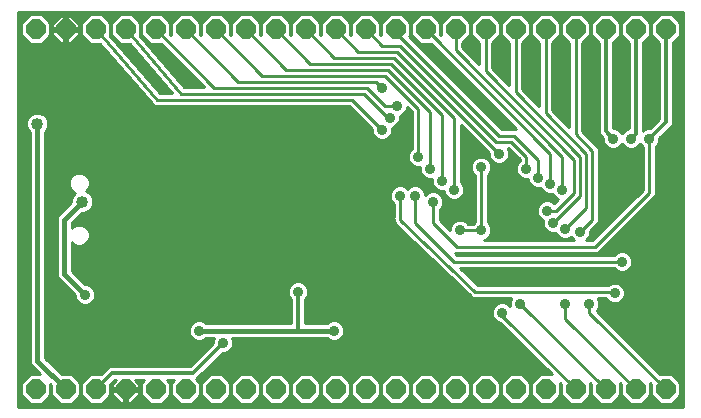
<source format=gbl>
G75*
G70*
%OFA0B0*%
%FSLAX24Y24*%
%IPPOS*%
%LPD*%
%AMOC8*
5,1,8,0,0,1.08239X$1,22.5*
%
%ADD10OC8,0.0640*%
%ADD11C,0.0100*%
%ADD12C,0.0350*%
%ADD13C,0.0400*%
%ADD14C,0.0160*%
%ADD15C,0.0120*%
D10*
X001032Y000901D03*
X002032Y000901D03*
X003032Y000901D03*
X004032Y000901D03*
X005032Y000901D03*
X006032Y000901D03*
X007032Y000901D03*
X008032Y000901D03*
X009032Y000901D03*
X010032Y000901D03*
X011032Y000901D03*
X012032Y000901D03*
X013032Y000901D03*
X014032Y000901D03*
X015032Y000901D03*
X016032Y000901D03*
X017032Y000901D03*
X018032Y000901D03*
X019032Y000901D03*
X020032Y000901D03*
X021032Y000901D03*
X022032Y000901D03*
X022032Y012901D03*
X021032Y012901D03*
X020032Y012901D03*
X019032Y012901D03*
X018032Y012901D03*
X017032Y012901D03*
X016032Y012901D03*
X015032Y012901D03*
X014032Y012901D03*
X013032Y012901D03*
X012032Y012901D03*
X011032Y012901D03*
X010032Y012901D03*
X009032Y012901D03*
X008032Y012901D03*
X007032Y012901D03*
X006032Y012901D03*
X005032Y012901D03*
X004032Y012901D03*
X003032Y012901D03*
X002032Y012901D03*
X001032Y012901D03*
D11*
X000452Y013481D02*
X000452Y000321D01*
X022612Y000321D01*
X022612Y013481D01*
X000452Y013481D01*
X000452Y013455D02*
X022612Y013455D01*
X022612Y013356D02*
X022270Y013356D01*
X022235Y013391D02*
X021829Y013391D01*
X021542Y013104D01*
X021542Y012698D01*
X021802Y012438D01*
X021802Y009896D01*
X021502Y009596D01*
X021414Y009596D01*
X021287Y009544D01*
X021262Y009519D01*
X021262Y012438D01*
X021522Y012698D01*
X021522Y013104D01*
X021235Y013391D01*
X020829Y013391D01*
X020542Y013104D01*
X020542Y012698D01*
X020802Y012438D01*
X020802Y009591D01*
X020687Y009544D01*
X020590Y009447D01*
X020582Y009428D01*
X020575Y009447D01*
X020478Y009544D01*
X020351Y009596D01*
X020262Y009596D01*
X020262Y012438D01*
X020522Y012698D01*
X020522Y013104D01*
X020235Y013391D01*
X019829Y013391D01*
X019542Y013104D01*
X019542Y012698D01*
X019802Y012438D01*
X019802Y009596D01*
X019802Y009406D01*
X019937Y009271D01*
X019937Y009183D01*
X019990Y009056D01*
X020087Y008959D01*
X020214Y008906D01*
X020351Y008906D01*
X020478Y008959D01*
X020575Y009056D01*
X020582Y009074D01*
X020590Y009056D01*
X020687Y008959D01*
X020814Y008906D01*
X020951Y008906D01*
X021078Y008959D01*
X021175Y009056D01*
X021182Y009074D01*
X021190Y009056D01*
X021262Y008983D01*
X021262Y007542D01*
X019802Y007542D01*
X019802Y007640D02*
X021262Y007640D01*
X021262Y007542D02*
X019591Y005871D01*
X019390Y005871D01*
X019475Y005956D01*
X019527Y006083D01*
X019527Y006185D01*
X019673Y006331D01*
X019802Y006460D01*
X019802Y008760D01*
X019802Y008942D01*
X019252Y009492D01*
X019252Y012428D01*
X019522Y012698D01*
X019522Y013104D01*
X019235Y013391D01*
X018829Y013391D01*
X018542Y013104D01*
X018542Y012698D01*
X018812Y012428D01*
X018812Y009632D01*
X018252Y010192D01*
X018252Y012428D01*
X018522Y012698D01*
X018522Y013104D01*
X018235Y013391D01*
X017829Y013391D01*
X017542Y013104D01*
X017542Y012698D01*
X017812Y012428D01*
X017812Y010332D01*
X017252Y010892D01*
X017252Y012428D01*
X017522Y012698D01*
X017522Y013104D01*
X017235Y013391D01*
X016829Y013391D01*
X016542Y013104D01*
X016542Y012698D01*
X016812Y012428D01*
X016812Y011032D01*
X016252Y011592D01*
X016252Y012428D01*
X016522Y012698D01*
X016522Y013104D01*
X016235Y013391D01*
X015829Y013391D01*
X015542Y013104D01*
X015542Y012698D01*
X015812Y012428D01*
X015812Y011732D01*
X015252Y012292D01*
X015252Y012428D01*
X015522Y012698D01*
X015522Y013104D01*
X015235Y013391D01*
X014829Y013391D01*
X014542Y013104D01*
X014542Y012702D01*
X014522Y012722D01*
X014522Y013104D01*
X014235Y013391D01*
X013829Y013391D01*
X013542Y013104D01*
X013542Y012698D01*
X013829Y012411D01*
X014211Y012411D01*
X017051Y009571D01*
X016573Y009571D01*
X013484Y012660D01*
X013522Y012698D01*
X013522Y013104D01*
X013235Y013391D01*
X012829Y013391D01*
X012542Y013104D01*
X012542Y012702D01*
X012522Y012722D01*
X012522Y013104D01*
X012235Y013391D01*
X011829Y013391D01*
X011542Y013104D01*
X011542Y012702D01*
X011522Y012722D01*
X011522Y013104D01*
X011235Y013391D01*
X010829Y013391D01*
X010542Y013104D01*
X010542Y012702D01*
X010522Y012722D01*
X010522Y013104D01*
X010235Y013391D01*
X009829Y013391D01*
X009542Y013104D01*
X009542Y012702D01*
X009522Y012722D01*
X009522Y013104D01*
X009235Y013391D01*
X008829Y013391D01*
X008542Y013104D01*
X008542Y012702D01*
X008522Y012722D01*
X008522Y013104D01*
X008235Y013391D01*
X007829Y013391D01*
X007542Y013104D01*
X007542Y012702D01*
X007522Y012722D01*
X007522Y013104D01*
X007235Y013391D01*
X006829Y013391D01*
X006542Y013104D01*
X006542Y012702D01*
X006522Y012722D01*
X006522Y013104D01*
X006235Y013391D01*
X005829Y013391D01*
X005542Y013104D01*
X005542Y012702D01*
X005522Y012722D01*
X005522Y013104D01*
X005235Y013391D01*
X004829Y013391D01*
X004542Y013104D01*
X004542Y012698D01*
X004829Y012411D01*
X005211Y012411D01*
X006651Y010971D01*
X005983Y010971D01*
X004509Y012685D01*
X004522Y012698D01*
X004522Y013104D01*
X004235Y013391D01*
X003829Y013391D01*
X003542Y013104D01*
X003542Y012698D01*
X003829Y012411D01*
X004164Y012411D01*
X005575Y010771D01*
X005182Y010771D01*
X003511Y012687D01*
X003522Y012698D01*
X003522Y013104D01*
X003235Y013391D01*
X002829Y013391D01*
X002542Y013104D01*
X002542Y012698D01*
X002829Y012411D01*
X003168Y012411D01*
X004862Y010469D01*
X004862Y010460D01*
X004921Y010401D01*
X004976Y010338D01*
X004985Y010337D01*
X004991Y010331D01*
X005075Y010331D01*
X005158Y010326D01*
X005165Y010331D01*
X011491Y010331D01*
X012237Y009585D01*
X012237Y009483D01*
X012290Y009356D01*
X012387Y009259D01*
X012514Y009206D01*
X012651Y009206D01*
X012778Y009259D01*
X012875Y009356D01*
X012927Y009483D01*
X012927Y009617D01*
X013028Y009659D01*
X013125Y009756D01*
X013177Y009883D01*
X013177Y010017D01*
X013278Y010059D01*
X013375Y010156D01*
X013427Y010283D01*
X013427Y010295D01*
X013562Y010160D01*
X013562Y008919D01*
X013490Y008847D01*
X013437Y008720D01*
X013437Y008583D01*
X013490Y008456D01*
X013587Y008359D01*
X013714Y008306D01*
X013837Y008306D01*
X013837Y008183D01*
X013890Y008056D01*
X013987Y007959D01*
X014114Y007906D01*
X014237Y007906D01*
X014237Y007783D01*
X014290Y007656D01*
X014387Y007559D01*
X014514Y007506D01*
X014637Y007506D01*
X014637Y007483D01*
X014690Y007356D01*
X014787Y007259D01*
X014914Y007206D01*
X015051Y007206D01*
X015178Y007259D01*
X015275Y007356D01*
X015327Y007483D01*
X015327Y007620D01*
X015275Y007747D01*
X015202Y007819D01*
X015202Y009720D01*
X016137Y008785D01*
X016137Y008683D01*
X016190Y008556D01*
X016287Y008459D01*
X016414Y008406D01*
X016551Y008406D01*
X016678Y008459D01*
X016775Y008556D01*
X016827Y008683D01*
X016827Y008820D01*
X016781Y008931D01*
X016791Y008931D01*
X017162Y008560D01*
X017162Y008519D01*
X017090Y008447D01*
X017037Y008320D01*
X017037Y008183D01*
X017090Y008056D01*
X017187Y007959D01*
X017314Y007906D01*
X017437Y007906D01*
X017437Y007883D01*
X017490Y007756D01*
X017587Y007659D01*
X017714Y007606D01*
X017851Y007606D01*
X017866Y007613D01*
X017890Y007556D01*
X017987Y007459D01*
X018114Y007406D01*
X018251Y007406D01*
X018266Y007413D01*
X018290Y007356D01*
X018387Y007259D01*
X018452Y007232D01*
X018321Y007101D01*
X018278Y007144D01*
X018151Y007196D01*
X018014Y007196D01*
X017887Y007144D01*
X017790Y007047D01*
X017737Y006920D01*
X017737Y006783D01*
X017790Y006656D01*
X017887Y006559D01*
X017944Y006535D01*
X017937Y006520D01*
X017937Y006383D01*
X017990Y006256D01*
X018087Y006159D01*
X018214Y006106D01*
X018351Y006106D01*
X018366Y006113D01*
X018390Y006056D01*
X018487Y005959D01*
X018614Y005906D01*
X018751Y005906D01*
X018878Y005959D01*
X018885Y005966D01*
X018890Y005956D01*
X018974Y005871D01*
X015987Y005871D01*
X016078Y005909D01*
X016175Y006006D01*
X016227Y006133D01*
X016227Y006270D01*
X016175Y006397D01*
X016102Y006469D01*
X016102Y008033D01*
X016175Y008106D01*
X016227Y008233D01*
X016227Y008370D01*
X016175Y008497D01*
X016078Y008594D01*
X015951Y008646D01*
X015814Y008646D01*
X015687Y008594D01*
X015590Y008497D01*
X015537Y008370D01*
X015537Y008233D01*
X015590Y008106D01*
X015662Y008033D01*
X015662Y006469D01*
X015614Y006421D01*
X015450Y006421D01*
X015378Y006494D01*
X015251Y006546D01*
X015114Y006546D01*
X014987Y006494D01*
X014890Y006397D01*
X014837Y006270D01*
X014837Y006207D01*
X014502Y006542D01*
X014502Y006883D01*
X014575Y006956D01*
X014627Y007083D01*
X014627Y007220D01*
X014575Y007347D01*
X014478Y007444D01*
X014351Y007496D01*
X014214Y007496D01*
X014087Y007444D01*
X014027Y007384D01*
X014027Y007420D01*
X013975Y007547D01*
X013878Y007644D01*
X013751Y007696D01*
X013614Y007696D01*
X013487Y007644D01*
X013432Y007589D01*
X013378Y007644D01*
X013251Y007696D01*
X013114Y007696D01*
X012987Y007644D01*
X012890Y007547D01*
X012837Y007420D01*
X012837Y007283D01*
X012890Y007156D01*
X012962Y007083D01*
X012962Y006640D01*
X012960Y006638D01*
X012962Y006549D01*
X012962Y006460D01*
X012964Y006458D01*
X002242Y006458D01*
X002232Y006448D02*
X002566Y006781D01*
X002656Y006781D01*
X002792Y006838D01*
X002896Y006942D01*
X002952Y007078D01*
X002952Y007225D01*
X002896Y007361D01*
X002792Y007465D01*
X002706Y007500D01*
X002776Y007571D01*
X002829Y007698D01*
X002829Y007836D01*
X002776Y007964D01*
X002679Y008062D01*
X002551Y008114D01*
X002413Y008114D01*
X002286Y008062D01*
X002188Y007964D01*
X002135Y007836D01*
X002135Y007698D01*
X002188Y007571D01*
X002286Y007473D01*
X002353Y007445D01*
X002269Y007361D01*
X002212Y007225D01*
X002212Y007135D01*
X001841Y006763D01*
X001770Y006693D01*
X001732Y006601D01*
X001732Y004801D01*
X001732Y004701D01*
X001770Y004610D01*
X002337Y004043D01*
X002337Y003983D01*
X002390Y003856D01*
X002487Y003759D01*
X002614Y003706D01*
X002751Y003706D01*
X002878Y003759D01*
X002975Y003856D01*
X003027Y003983D01*
X003027Y004120D01*
X002975Y004247D01*
X002878Y004344D01*
X002751Y004396D01*
X002691Y004396D01*
X002232Y004855D01*
X002232Y005794D01*
X002286Y005741D01*
X002413Y005688D01*
X002551Y005688D01*
X002679Y005741D01*
X002776Y005838D01*
X002829Y005966D01*
X002829Y006104D01*
X002776Y006232D01*
X002679Y006329D01*
X002551Y006382D01*
X002413Y006382D01*
X002286Y006329D01*
X002232Y006276D01*
X002232Y006448D01*
X002232Y006359D02*
X002358Y006359D01*
X002341Y006556D02*
X012962Y006556D01*
X012964Y006458D02*
X012964Y006456D01*
X013029Y006393D01*
X013091Y006331D01*
X013094Y006331D01*
X015529Y003994D01*
X015591Y003931D01*
X015594Y003931D01*
X015596Y003929D01*
X015685Y003931D01*
X016883Y003931D01*
X016837Y003820D01*
X016837Y003684D01*
X016778Y003744D01*
X016651Y003796D01*
X016514Y003796D01*
X016387Y003744D01*
X016290Y003647D01*
X016237Y003520D01*
X016237Y003383D01*
X016290Y003256D01*
X016387Y003159D01*
X016514Y003106D01*
X016516Y003106D01*
X018231Y001391D01*
X017829Y001391D01*
X017542Y001104D01*
X017542Y000698D01*
X017829Y000411D01*
X018235Y000411D01*
X018522Y000698D01*
X018522Y001100D01*
X018542Y001080D01*
X018542Y000698D01*
X018829Y000411D01*
X019235Y000411D01*
X019522Y000698D01*
X019522Y001100D01*
X019542Y001080D01*
X019542Y000698D01*
X019829Y000411D01*
X020235Y000411D01*
X020522Y000698D01*
X020522Y001100D01*
X020542Y001080D01*
X020542Y000698D01*
X020829Y000411D01*
X021235Y000411D01*
X021522Y000698D01*
X021522Y001100D01*
X021542Y001080D01*
X021542Y000698D01*
X021829Y000411D01*
X022235Y000411D01*
X022522Y000698D01*
X022522Y001104D01*
X022235Y001391D01*
X021853Y001391D01*
X019732Y003513D01*
X019775Y003556D01*
X019827Y003683D01*
X019827Y003820D01*
X019781Y003931D01*
X020029Y003931D01*
X020040Y003906D01*
X020137Y003809D01*
X020264Y003756D01*
X020401Y003756D01*
X020528Y003809D01*
X020625Y003906D01*
X020677Y004033D01*
X020677Y004170D01*
X020625Y004297D01*
X020528Y004394D01*
X020401Y004446D01*
X020264Y004446D01*
X020137Y004394D01*
X020114Y004371D01*
X015771Y004371D01*
X015187Y004931D01*
X020314Y004931D01*
X020387Y004859D01*
X020514Y004806D01*
X020651Y004806D01*
X020778Y004859D01*
X020875Y004956D01*
X020927Y005083D01*
X020927Y005220D01*
X020875Y005347D01*
X020778Y005444D01*
X020651Y005496D01*
X020514Y005496D01*
X020387Y005444D01*
X020314Y005371D01*
X015073Y005371D01*
X015013Y005431D01*
X019591Y005431D01*
X019773Y005431D01*
X021573Y007231D01*
X021702Y007360D01*
X021702Y008983D01*
X021775Y009056D01*
X021827Y009183D01*
X021827Y009271D01*
X022262Y009706D01*
X022262Y009896D01*
X022262Y012438D01*
X022522Y012698D01*
X022522Y013104D01*
X022235Y013391D01*
X022369Y013257D02*
X022612Y013257D01*
X022612Y013159D02*
X022467Y013159D01*
X022522Y013060D02*
X022612Y013060D01*
X022612Y012962D02*
X022522Y012962D01*
X022522Y012863D02*
X022612Y012863D01*
X022612Y012765D02*
X022522Y012765D01*
X022490Y012666D02*
X022612Y012666D01*
X022612Y012568D02*
X022392Y012568D01*
X022293Y012469D02*
X022612Y012469D01*
X022612Y012371D02*
X022262Y012371D01*
X022262Y012272D02*
X022612Y012272D01*
X022612Y012173D02*
X022262Y012173D01*
X022262Y012075D02*
X022612Y012075D01*
X022612Y011976D02*
X022262Y011976D01*
X022262Y011878D02*
X022612Y011878D01*
X022612Y011779D02*
X022262Y011779D01*
X022262Y011681D02*
X022612Y011681D01*
X022612Y011582D02*
X022262Y011582D01*
X022262Y011484D02*
X022612Y011484D01*
X022612Y011385D02*
X022262Y011385D01*
X022262Y011287D02*
X022612Y011287D01*
X022612Y011188D02*
X022262Y011188D01*
X022262Y011089D02*
X022612Y011089D01*
X022612Y010991D02*
X022262Y010991D01*
X022262Y010892D02*
X022612Y010892D01*
X022612Y010794D02*
X022262Y010794D01*
X022262Y010695D02*
X022612Y010695D01*
X022612Y010597D02*
X022262Y010597D01*
X022262Y010498D02*
X022612Y010498D01*
X022612Y010400D02*
X022262Y010400D01*
X022262Y010301D02*
X022612Y010301D01*
X022612Y010203D02*
X022262Y010203D01*
X022262Y010104D02*
X022612Y010104D01*
X022612Y010006D02*
X022262Y010006D01*
X022262Y009907D02*
X022612Y009907D01*
X022612Y009808D02*
X022262Y009808D01*
X022262Y009710D02*
X022612Y009710D01*
X022612Y009611D02*
X022168Y009611D01*
X022069Y009513D02*
X022612Y009513D01*
X022612Y009414D02*
X021971Y009414D01*
X021872Y009316D02*
X022612Y009316D01*
X022612Y009217D02*
X021827Y009217D01*
X021801Y009119D02*
X022612Y009119D01*
X022612Y009020D02*
X021739Y009020D01*
X021702Y008922D02*
X022612Y008922D01*
X022612Y008823D02*
X021702Y008823D01*
X021702Y008724D02*
X022612Y008724D01*
X022612Y008626D02*
X021702Y008626D01*
X021702Y008527D02*
X022612Y008527D01*
X022612Y008429D02*
X021702Y008429D01*
X021702Y008330D02*
X022612Y008330D01*
X022612Y008232D02*
X021702Y008232D01*
X021702Y008133D02*
X022612Y008133D01*
X022612Y008035D02*
X021702Y008035D01*
X021702Y007936D02*
X022612Y007936D01*
X022612Y007838D02*
X021702Y007838D01*
X021702Y007739D02*
X022612Y007739D01*
X022612Y007640D02*
X021702Y007640D01*
X021702Y007542D02*
X022612Y007542D01*
X022612Y007443D02*
X021702Y007443D01*
X021687Y007345D02*
X022612Y007345D01*
X022612Y007246D02*
X021588Y007246D01*
X021490Y007148D02*
X022612Y007148D01*
X022612Y007049D02*
X021391Y007049D01*
X021293Y006951D02*
X022612Y006951D01*
X022612Y006852D02*
X021194Y006852D01*
X021096Y006754D02*
X022612Y006754D01*
X022612Y006655D02*
X020997Y006655D01*
X020899Y006556D02*
X022612Y006556D01*
X022612Y006458D02*
X020800Y006458D01*
X020702Y006359D02*
X022612Y006359D01*
X022612Y006261D02*
X020603Y006261D01*
X020504Y006162D02*
X022612Y006162D01*
X022612Y006064D02*
X020406Y006064D01*
X020307Y005965D02*
X022612Y005965D01*
X022612Y005867D02*
X020209Y005867D01*
X020110Y005768D02*
X022612Y005768D01*
X022612Y005670D02*
X020012Y005670D01*
X019913Y005571D02*
X022612Y005571D01*
X022612Y005473D02*
X020708Y005473D01*
X020847Y005374D02*
X022612Y005374D01*
X022612Y005275D02*
X020904Y005275D01*
X020927Y005177D02*
X022612Y005177D01*
X022612Y005078D02*
X020925Y005078D01*
X020885Y004980D02*
X022612Y004980D01*
X022612Y004881D02*
X020800Y004881D01*
X020364Y004881D02*
X015239Y004881D01*
X015342Y004783D02*
X022612Y004783D01*
X022612Y004684D02*
X015445Y004684D01*
X015547Y004586D02*
X022612Y004586D01*
X022612Y004487D02*
X015650Y004487D01*
X015753Y004389D02*
X020132Y004389D01*
X020282Y004151D02*
X020332Y004101D01*
X020282Y004151D02*
X015682Y004151D01*
X013182Y006551D01*
X013182Y007351D01*
X012837Y007345D02*
X002902Y007345D01*
X002943Y007246D02*
X012852Y007246D01*
X012898Y007148D02*
X002952Y007148D01*
X002940Y007049D02*
X012962Y007049D01*
X012962Y006951D02*
X002900Y006951D01*
X002806Y006852D02*
X012962Y006852D01*
X012962Y006754D02*
X002538Y006754D01*
X002440Y006655D02*
X012962Y006655D01*
X013063Y006359D02*
X002606Y006359D01*
X002747Y006261D02*
X013167Y006261D01*
X013270Y006162D02*
X002805Y006162D01*
X002829Y006064D02*
X013372Y006064D01*
X013475Y005965D02*
X002829Y005965D01*
X002788Y005867D02*
X013577Y005867D01*
X013680Y005768D02*
X002706Y005768D01*
X002258Y005768D02*
X002232Y005768D01*
X002232Y005670D02*
X013783Y005670D01*
X013885Y005571D02*
X002232Y005571D01*
X002232Y005473D02*
X013988Y005473D01*
X014091Y005374D02*
X002232Y005374D01*
X002232Y005275D02*
X014193Y005275D01*
X014296Y005177D02*
X002232Y005177D01*
X002232Y005078D02*
X014399Y005078D01*
X014501Y004980D02*
X002232Y004980D01*
X002232Y004881D02*
X014604Y004881D01*
X014707Y004783D02*
X002304Y004783D01*
X002403Y004684D02*
X014809Y004684D01*
X014912Y004586D02*
X002501Y004586D01*
X002600Y004487D02*
X009692Y004487D01*
X009714Y004496D02*
X009587Y004444D01*
X009490Y004347D01*
X009437Y004220D01*
X009437Y004083D01*
X009490Y003956D01*
X009552Y003893D01*
X009552Y003101D01*
X006720Y003101D01*
X006678Y003144D01*
X006551Y003196D01*
X006414Y003196D01*
X006287Y003144D01*
X006190Y003047D01*
X006137Y002920D01*
X006137Y002783D01*
X006190Y002656D01*
X006287Y002559D01*
X006414Y002506D01*
X006551Y002506D01*
X006678Y002559D01*
X006720Y002601D01*
X006971Y002601D01*
X006937Y002520D01*
X006937Y002431D01*
X006187Y001681D01*
X003677Y001681D01*
X003487Y001681D01*
X003197Y001391D01*
X002829Y001391D01*
X002542Y001104D01*
X002542Y000698D01*
X002829Y000411D01*
X003235Y000411D01*
X003522Y000698D01*
X003522Y001066D01*
X003677Y001221D01*
X003716Y001221D01*
X003582Y001088D01*
X003582Y000951D01*
X003982Y000951D01*
X003982Y000851D01*
X004082Y000851D01*
X004082Y000451D01*
X004219Y000451D01*
X004482Y000715D01*
X004482Y000851D01*
X004082Y000851D01*
X004082Y000951D01*
X004482Y000951D01*
X004482Y001088D01*
X004349Y001221D01*
X004659Y001221D01*
X004542Y001104D01*
X004542Y000698D01*
X004829Y000411D01*
X005235Y000411D01*
X005522Y000698D01*
X005522Y001104D01*
X005405Y001221D01*
X005659Y001221D01*
X005542Y001104D01*
X005542Y000698D01*
X005829Y000411D01*
X006235Y000411D01*
X006522Y000698D01*
X006522Y001104D01*
X006391Y001235D01*
X006512Y001356D01*
X007262Y002106D01*
X007351Y002106D01*
X007478Y002159D01*
X007575Y002256D01*
X007627Y002383D01*
X007627Y002520D01*
X007593Y002601D01*
X009732Y002601D01*
X010744Y002601D01*
X010787Y002559D01*
X010914Y002506D01*
X011051Y002506D01*
X011178Y002559D01*
X011275Y002656D01*
X011327Y002783D01*
X011327Y002920D01*
X011275Y003047D01*
X011178Y003144D01*
X011051Y003196D01*
X010914Y003196D01*
X010787Y003144D01*
X010744Y003101D01*
X010012Y003101D01*
X010012Y003893D01*
X010075Y003956D01*
X010127Y004083D01*
X010127Y004220D01*
X010075Y004347D01*
X009978Y004444D01*
X009851Y004496D01*
X009714Y004496D01*
X009873Y004487D02*
X015015Y004487D01*
X015117Y004389D02*
X010033Y004389D01*
X010098Y004290D02*
X015220Y004290D01*
X015323Y004191D02*
X010127Y004191D01*
X010127Y004093D02*
X015425Y004093D01*
X015528Y003994D02*
X010091Y003994D01*
X010015Y003896D02*
X016869Y003896D01*
X016837Y003797D02*
X010012Y003797D01*
X010012Y003699D02*
X016342Y003699D01*
X016271Y003600D02*
X010012Y003600D01*
X010012Y003502D02*
X016237Y003502D01*
X016237Y003403D02*
X010012Y003403D01*
X010012Y003305D02*
X016269Y003305D01*
X016339Y003206D02*
X010012Y003206D01*
X010012Y003107D02*
X010751Y003107D01*
X011214Y003107D02*
X016510Y003107D01*
X016613Y003009D02*
X011290Y003009D01*
X011327Y002910D02*
X016712Y002910D01*
X016810Y002812D02*
X011327Y002812D01*
X011298Y002713D02*
X016909Y002713D01*
X017007Y002615D02*
X011234Y002615D01*
X011075Y002516D02*
X017106Y002516D01*
X017205Y002418D02*
X007627Y002418D01*
X007627Y002516D02*
X010889Y002516D01*
X009552Y003107D02*
X006714Y003107D01*
X006251Y003107D02*
X001332Y003107D01*
X001332Y003009D02*
X006174Y003009D01*
X006137Y002910D02*
X001332Y002910D01*
X001332Y002812D02*
X006137Y002812D01*
X006166Y002713D02*
X001332Y002713D01*
X001332Y002615D02*
X006231Y002615D01*
X006389Y002516D02*
X001332Y002516D01*
X001332Y002418D02*
X006923Y002418D01*
X006937Y002516D02*
X006575Y002516D01*
X006825Y002319D02*
X001332Y002319D01*
X001332Y002221D02*
X006726Y002221D01*
X006628Y002122D02*
X001332Y002122D01*
X001332Y002024D02*
X006529Y002024D01*
X006431Y001925D02*
X001362Y001925D01*
X001332Y001955D02*
X001332Y009478D01*
X001396Y009542D01*
X001452Y009678D01*
X001452Y009825D01*
X001396Y009961D01*
X001292Y010065D01*
X001156Y010121D01*
X001009Y010121D01*
X000873Y010065D01*
X000769Y009961D01*
X000712Y009825D01*
X000712Y009678D01*
X000769Y009542D01*
X000832Y009478D01*
X000832Y001901D01*
X000832Y001801D01*
X000870Y001710D01*
X001189Y001391D01*
X000829Y001391D01*
X000542Y001104D01*
X000542Y000698D01*
X000829Y000411D01*
X001235Y000411D01*
X001522Y000698D01*
X001522Y001058D01*
X001542Y001038D01*
X001522Y001038D01*
X001542Y001038D02*
X001542Y000698D01*
X001829Y000411D01*
X002235Y000411D01*
X002522Y000698D01*
X002522Y001104D01*
X002235Y001391D01*
X001896Y001391D01*
X001332Y001955D01*
X001460Y001826D02*
X006332Y001826D01*
X006234Y001728D02*
X001559Y001728D01*
X001658Y001629D02*
X003435Y001629D01*
X003337Y001531D02*
X001756Y001531D01*
X001855Y001432D02*
X003238Y001432D01*
X003593Y001137D02*
X003631Y001137D01*
X003582Y001038D02*
X003522Y001038D01*
X003522Y000940D02*
X003982Y000940D01*
X003982Y000851D02*
X003582Y000851D01*
X003582Y000715D01*
X003846Y000451D01*
X003982Y000451D01*
X003982Y000851D01*
X003982Y000841D02*
X004082Y000841D01*
X004082Y000940D02*
X004542Y000940D01*
X004542Y001038D02*
X004482Y001038D01*
X004433Y001137D02*
X004575Y001137D01*
X004542Y000841D02*
X004482Y000841D01*
X004482Y000742D02*
X004542Y000742D01*
X004597Y000644D02*
X004411Y000644D01*
X004313Y000545D02*
X004695Y000545D01*
X004794Y000447D02*
X003271Y000447D01*
X003369Y000545D02*
X003752Y000545D01*
X003653Y000644D02*
X003468Y000644D01*
X003522Y000742D02*
X003582Y000742D01*
X003582Y000841D02*
X003522Y000841D01*
X003982Y000742D02*
X004082Y000742D01*
X004082Y000644D02*
X003982Y000644D01*
X003982Y000545D02*
X004082Y000545D01*
X005271Y000447D02*
X005794Y000447D01*
X005695Y000545D02*
X005369Y000545D01*
X005468Y000644D02*
X005597Y000644D01*
X005542Y000742D02*
X005522Y000742D01*
X005522Y000841D02*
X005542Y000841D01*
X005542Y000940D02*
X005522Y000940D01*
X005522Y001038D02*
X005542Y001038D01*
X005575Y001137D02*
X005490Y001137D01*
X006391Y001235D02*
X006673Y001235D01*
X006575Y001137D02*
X006490Y001137D01*
X006542Y001104D02*
X006542Y000698D01*
X006829Y000411D01*
X007235Y000411D01*
X007522Y000698D01*
X007522Y001104D01*
X007235Y001391D01*
X006829Y001391D01*
X006542Y001104D01*
X006542Y001038D02*
X006522Y001038D01*
X006522Y000940D02*
X006542Y000940D01*
X006542Y000841D02*
X006522Y000841D01*
X006522Y000742D02*
X006542Y000742D01*
X006597Y000644D02*
X006468Y000644D01*
X006369Y000545D02*
X006695Y000545D01*
X006794Y000447D02*
X006271Y000447D01*
X007271Y000447D02*
X007794Y000447D01*
X007829Y000411D02*
X008235Y000411D01*
X008522Y000698D01*
X008522Y001104D01*
X008235Y001391D01*
X007829Y001391D01*
X007542Y001104D01*
X007542Y000698D01*
X007829Y000411D01*
X007695Y000545D02*
X007369Y000545D01*
X007468Y000644D02*
X007597Y000644D01*
X007542Y000742D02*
X007522Y000742D01*
X007522Y000841D02*
X007542Y000841D01*
X007542Y000940D02*
X007522Y000940D01*
X007522Y001038D02*
X007542Y001038D01*
X007575Y001137D02*
X007490Y001137D01*
X007391Y001235D02*
X007673Y001235D01*
X007772Y001334D02*
X007293Y001334D01*
X006772Y001334D02*
X006490Y001334D01*
X006589Y001432D02*
X018190Y001432D01*
X018091Y001531D02*
X006687Y001531D01*
X006786Y001629D02*
X017993Y001629D01*
X017894Y001728D02*
X006884Y001728D01*
X006983Y001826D02*
X017796Y001826D01*
X017697Y001925D02*
X007081Y001925D01*
X007180Y002024D02*
X017599Y002024D01*
X017500Y002122D02*
X007389Y002122D01*
X007539Y002221D02*
X017402Y002221D01*
X017303Y002319D02*
X007601Y002319D01*
X008542Y001104D02*
X008829Y001391D01*
X009235Y001391D01*
X009522Y001104D01*
X009522Y000698D01*
X009235Y000411D01*
X008829Y000411D01*
X008542Y000698D01*
X008542Y001104D01*
X008575Y001137D02*
X008490Y001137D01*
X008522Y001038D02*
X008542Y001038D01*
X008542Y000940D02*
X008522Y000940D01*
X008522Y000841D02*
X008542Y000841D01*
X008542Y000742D02*
X008522Y000742D01*
X008468Y000644D02*
X008597Y000644D01*
X008695Y000545D02*
X008369Y000545D01*
X008271Y000447D02*
X008794Y000447D01*
X009271Y000447D02*
X009794Y000447D01*
X009829Y000411D02*
X010235Y000411D01*
X010522Y000698D01*
X010522Y001104D01*
X010235Y001391D01*
X009829Y001391D01*
X009542Y001104D01*
X009542Y000698D01*
X009829Y000411D01*
X009695Y000545D02*
X009369Y000545D01*
X009468Y000644D02*
X009597Y000644D01*
X009542Y000742D02*
X009522Y000742D01*
X009522Y000841D02*
X009542Y000841D01*
X009542Y000940D02*
X009522Y000940D01*
X009522Y001038D02*
X009542Y001038D01*
X009575Y001137D02*
X009490Y001137D01*
X009391Y001235D02*
X009673Y001235D01*
X009772Y001334D02*
X009293Y001334D01*
X008772Y001334D02*
X008293Y001334D01*
X008391Y001235D02*
X008673Y001235D01*
X010293Y001334D02*
X010772Y001334D01*
X010829Y001391D02*
X010542Y001104D01*
X010542Y000698D01*
X010829Y000411D01*
X011235Y000411D01*
X011522Y000698D01*
X011522Y001104D01*
X011235Y001391D01*
X010829Y001391D01*
X010673Y001235D02*
X010391Y001235D01*
X010490Y001137D02*
X010575Y001137D01*
X010542Y001038D02*
X010522Y001038D01*
X010522Y000940D02*
X010542Y000940D01*
X010542Y000841D02*
X010522Y000841D01*
X010522Y000742D02*
X010542Y000742D01*
X010597Y000644D02*
X010468Y000644D01*
X010369Y000545D02*
X010695Y000545D01*
X010794Y000447D02*
X010271Y000447D01*
X011271Y000447D02*
X011794Y000447D01*
X011829Y000411D02*
X012235Y000411D01*
X012522Y000698D01*
X012522Y001104D01*
X012235Y001391D01*
X011829Y001391D01*
X011542Y001104D01*
X011542Y000698D01*
X011829Y000411D01*
X011695Y000545D02*
X011369Y000545D01*
X011468Y000644D02*
X011597Y000644D01*
X011542Y000742D02*
X011522Y000742D01*
X011522Y000841D02*
X011542Y000841D01*
X011542Y000940D02*
X011522Y000940D01*
X011522Y001038D02*
X011542Y001038D01*
X011575Y001137D02*
X011490Y001137D01*
X011391Y001235D02*
X011673Y001235D01*
X011772Y001334D02*
X011293Y001334D01*
X012293Y001334D02*
X012772Y001334D01*
X012829Y001391D02*
X012542Y001104D01*
X012542Y000698D01*
X012829Y000411D01*
X013235Y000411D01*
X013522Y000698D01*
X013522Y001104D01*
X013235Y001391D01*
X012829Y001391D01*
X012673Y001235D02*
X012391Y001235D01*
X012490Y001137D02*
X012575Y001137D01*
X012542Y001038D02*
X012522Y001038D01*
X012522Y000940D02*
X012542Y000940D01*
X012542Y000841D02*
X012522Y000841D01*
X012522Y000742D02*
X012542Y000742D01*
X012597Y000644D02*
X012468Y000644D01*
X012369Y000545D02*
X012695Y000545D01*
X012794Y000447D02*
X012271Y000447D01*
X013271Y000447D02*
X013794Y000447D01*
X013829Y000411D02*
X014235Y000411D01*
X014522Y000698D01*
X014522Y001104D01*
X014235Y001391D01*
X013829Y001391D01*
X013542Y001104D01*
X013542Y000698D01*
X013829Y000411D01*
X013695Y000545D02*
X013369Y000545D01*
X013468Y000644D02*
X013597Y000644D01*
X013542Y000742D02*
X013522Y000742D01*
X013522Y000841D02*
X013542Y000841D01*
X013542Y000940D02*
X013522Y000940D01*
X013522Y001038D02*
X013542Y001038D01*
X013575Y001137D02*
X013490Y001137D01*
X013391Y001235D02*
X013673Y001235D01*
X013772Y001334D02*
X013293Y001334D01*
X014293Y001334D02*
X014772Y001334D01*
X014829Y001391D02*
X014542Y001104D01*
X014542Y000698D01*
X014829Y000411D01*
X015235Y000411D01*
X015522Y000698D01*
X015522Y001104D01*
X015235Y001391D01*
X014829Y001391D01*
X014673Y001235D02*
X014391Y001235D01*
X014490Y001137D02*
X014575Y001137D01*
X014542Y001038D02*
X014522Y001038D01*
X014522Y000940D02*
X014542Y000940D01*
X014542Y000841D02*
X014522Y000841D01*
X014522Y000742D02*
X014542Y000742D01*
X014597Y000644D02*
X014468Y000644D01*
X014369Y000545D02*
X014695Y000545D01*
X014794Y000447D02*
X014271Y000447D01*
X015271Y000447D02*
X015794Y000447D01*
X015829Y000411D02*
X016235Y000411D01*
X016522Y000698D01*
X016522Y001104D01*
X016235Y001391D01*
X015829Y001391D01*
X015542Y001104D01*
X015542Y000698D01*
X015829Y000411D01*
X015695Y000545D02*
X015369Y000545D01*
X015468Y000644D02*
X015597Y000644D01*
X015542Y000742D02*
X015522Y000742D01*
X015522Y000841D02*
X015542Y000841D01*
X015542Y000940D02*
X015522Y000940D01*
X015522Y001038D02*
X015542Y001038D01*
X015575Y001137D02*
X015490Y001137D01*
X015391Y001235D02*
X015673Y001235D01*
X015772Y001334D02*
X015293Y001334D01*
X016293Y001334D02*
X016772Y001334D01*
X016829Y001391D02*
X016542Y001104D01*
X016542Y000698D01*
X016829Y000411D01*
X017235Y000411D01*
X017522Y000698D01*
X017522Y001104D01*
X017235Y001391D01*
X016829Y001391D01*
X016673Y001235D02*
X016391Y001235D01*
X016490Y001137D02*
X016575Y001137D01*
X016542Y001038D02*
X016522Y001038D01*
X016522Y000940D02*
X016542Y000940D01*
X016542Y000841D02*
X016522Y000841D01*
X016522Y000742D02*
X016542Y000742D01*
X016597Y000644D02*
X016468Y000644D01*
X016369Y000545D02*
X016695Y000545D01*
X016794Y000447D02*
X016271Y000447D01*
X017271Y000447D02*
X017794Y000447D01*
X017695Y000545D02*
X017369Y000545D01*
X017468Y000644D02*
X017597Y000644D01*
X017542Y000742D02*
X017522Y000742D01*
X017522Y000841D02*
X017542Y000841D01*
X017542Y000940D02*
X017522Y000940D01*
X017522Y001038D02*
X017542Y001038D01*
X017575Y001137D02*
X017490Y001137D01*
X017391Y001235D02*
X017673Y001235D01*
X017772Y001334D02*
X017293Y001334D01*
X018468Y000644D02*
X018597Y000644D01*
X018542Y000742D02*
X018522Y000742D01*
X018522Y000841D02*
X018542Y000841D01*
X018542Y000940D02*
X018522Y000940D01*
X018522Y001038D02*
X018542Y001038D01*
X019032Y000901D02*
X016582Y003351D01*
X016582Y003451D01*
X016822Y003699D02*
X016837Y003699D01*
X017182Y003751D02*
X020032Y000901D01*
X019542Y000940D02*
X019522Y000940D01*
X019522Y001038D02*
X019542Y001038D01*
X019542Y000841D02*
X019522Y000841D01*
X019522Y000742D02*
X019542Y000742D01*
X019597Y000644D02*
X019468Y000644D01*
X019369Y000545D02*
X019695Y000545D01*
X019794Y000447D02*
X019271Y000447D01*
X018794Y000447D02*
X018271Y000447D01*
X018369Y000545D02*
X018695Y000545D01*
X020271Y000447D02*
X020794Y000447D01*
X020695Y000545D02*
X020369Y000545D01*
X020468Y000644D02*
X020597Y000644D01*
X020542Y000742D02*
X020522Y000742D01*
X020522Y000841D02*
X020542Y000841D01*
X020542Y000940D02*
X020522Y000940D01*
X020522Y001038D02*
X020542Y001038D01*
X021032Y000901D02*
X018682Y003251D01*
X018682Y003751D01*
X019482Y003751D02*
X019482Y003451D01*
X022032Y000901D01*
X022391Y001235D02*
X022612Y001235D01*
X022612Y001137D02*
X022490Y001137D01*
X022522Y001038D02*
X022612Y001038D01*
X022612Y000940D02*
X022522Y000940D01*
X022522Y000841D02*
X022612Y000841D01*
X022612Y000742D02*
X022522Y000742D01*
X022468Y000644D02*
X022612Y000644D01*
X022612Y000545D02*
X022369Y000545D01*
X022271Y000447D02*
X022612Y000447D01*
X022612Y000348D02*
X000452Y000348D01*
X000452Y000447D02*
X000794Y000447D01*
X000695Y000545D02*
X000452Y000545D01*
X000452Y000644D02*
X000597Y000644D01*
X000542Y000742D02*
X000452Y000742D01*
X000452Y000841D02*
X000542Y000841D01*
X000542Y000940D02*
X000452Y000940D01*
X000452Y001038D02*
X000542Y001038D01*
X000575Y001137D02*
X000452Y001137D01*
X000452Y001235D02*
X000673Y001235D01*
X000772Y001334D02*
X000452Y001334D01*
X000452Y001432D02*
X001148Y001432D01*
X001049Y001531D02*
X000452Y001531D01*
X000452Y001629D02*
X000951Y001629D01*
X000863Y001728D02*
X000452Y001728D01*
X000452Y001826D02*
X000832Y001826D01*
X000832Y001925D02*
X000452Y001925D01*
X000452Y002024D02*
X000832Y002024D01*
X000832Y002122D02*
X000452Y002122D01*
X000452Y002221D02*
X000832Y002221D01*
X000832Y002319D02*
X000452Y002319D01*
X000452Y002418D02*
X000832Y002418D01*
X000832Y002516D02*
X000452Y002516D01*
X000452Y002615D02*
X000832Y002615D01*
X000832Y002713D02*
X000452Y002713D01*
X000452Y002812D02*
X000832Y002812D01*
X000832Y002910D02*
X000452Y002910D01*
X000452Y003009D02*
X000832Y003009D01*
X000832Y003107D02*
X000452Y003107D01*
X000452Y003206D02*
X000832Y003206D01*
X000832Y003305D02*
X000452Y003305D01*
X000452Y003403D02*
X000832Y003403D01*
X000832Y003502D02*
X000452Y003502D01*
X000452Y003600D02*
X000832Y003600D01*
X000832Y003699D02*
X000452Y003699D01*
X000452Y003797D02*
X000832Y003797D01*
X000832Y003896D02*
X000452Y003896D01*
X000452Y003994D02*
X000832Y003994D01*
X000832Y004093D02*
X000452Y004093D01*
X000452Y004191D02*
X000832Y004191D01*
X000832Y004290D02*
X000452Y004290D01*
X000452Y004389D02*
X000832Y004389D01*
X000832Y004487D02*
X000452Y004487D01*
X000452Y004586D02*
X000832Y004586D01*
X000832Y004684D02*
X000452Y004684D01*
X000452Y004783D02*
X000832Y004783D01*
X000832Y004881D02*
X000452Y004881D01*
X000452Y004980D02*
X000832Y004980D01*
X000832Y005078D02*
X000452Y005078D01*
X000452Y005177D02*
X000832Y005177D01*
X000832Y005275D02*
X000452Y005275D01*
X000452Y005374D02*
X000832Y005374D01*
X000832Y005473D02*
X000452Y005473D01*
X000452Y005571D02*
X000832Y005571D01*
X000832Y005670D02*
X000452Y005670D01*
X000452Y005768D02*
X000832Y005768D01*
X000832Y005867D02*
X000452Y005867D01*
X000452Y005965D02*
X000832Y005965D01*
X000832Y006064D02*
X000452Y006064D01*
X000452Y006162D02*
X000832Y006162D01*
X000832Y006261D02*
X000452Y006261D01*
X000452Y006359D02*
X000832Y006359D01*
X000832Y006458D02*
X000452Y006458D01*
X000452Y006556D02*
X000832Y006556D01*
X000832Y006655D02*
X000452Y006655D01*
X000452Y006754D02*
X000832Y006754D01*
X000832Y006852D02*
X000452Y006852D01*
X000452Y006951D02*
X000832Y006951D01*
X000832Y007049D02*
X000452Y007049D01*
X000452Y007148D02*
X000832Y007148D01*
X000832Y007246D02*
X000452Y007246D01*
X000452Y007345D02*
X000832Y007345D01*
X000832Y007443D02*
X000452Y007443D01*
X000452Y007542D02*
X000832Y007542D01*
X000832Y007640D02*
X000452Y007640D01*
X000452Y007739D02*
X000832Y007739D01*
X000832Y007838D02*
X000452Y007838D01*
X000452Y007936D02*
X000832Y007936D01*
X000832Y008035D02*
X000452Y008035D01*
X000452Y008133D02*
X000832Y008133D01*
X000832Y008232D02*
X000452Y008232D01*
X000452Y008330D02*
X000832Y008330D01*
X000832Y008429D02*
X000452Y008429D01*
X000452Y008527D02*
X000832Y008527D01*
X000832Y008626D02*
X000452Y008626D01*
X000452Y008724D02*
X000832Y008724D01*
X000832Y008823D02*
X000452Y008823D01*
X000452Y008922D02*
X000832Y008922D01*
X000832Y009020D02*
X000452Y009020D01*
X000452Y009119D02*
X000832Y009119D01*
X000832Y009217D02*
X000452Y009217D01*
X000452Y009316D02*
X000832Y009316D01*
X000832Y009414D02*
X000452Y009414D01*
X000452Y009513D02*
X000797Y009513D01*
X000740Y009611D02*
X000452Y009611D01*
X000452Y009710D02*
X000712Y009710D01*
X000712Y009808D02*
X000452Y009808D01*
X000452Y009907D02*
X000746Y009907D01*
X000813Y010006D02*
X000452Y010006D01*
X000452Y010104D02*
X000967Y010104D01*
X001197Y010104D02*
X011718Y010104D01*
X011620Y010203D02*
X000452Y010203D01*
X000452Y010301D02*
X011521Y010301D01*
X011582Y010551D02*
X005082Y010551D01*
X003032Y012901D01*
X002673Y012568D02*
X002335Y012568D01*
X002434Y012666D02*
X002574Y012666D01*
X002542Y012765D02*
X002482Y012765D01*
X002482Y012715D02*
X002482Y012851D01*
X002082Y012851D01*
X002082Y012451D01*
X002219Y012451D01*
X002482Y012715D01*
X002542Y012863D02*
X002082Y012863D01*
X002082Y012851D02*
X002082Y012951D01*
X001982Y012951D01*
X001982Y012851D01*
X001582Y012851D01*
X001582Y012715D01*
X001846Y012451D01*
X001982Y012451D01*
X001982Y012851D01*
X002082Y012851D01*
X002082Y012765D02*
X001982Y012765D01*
X001982Y012863D02*
X001522Y012863D01*
X001522Y012765D02*
X001582Y012765D01*
X001522Y012698D02*
X001235Y012411D01*
X000829Y012411D01*
X000542Y012698D01*
X000542Y013104D01*
X000829Y013391D01*
X001235Y013391D01*
X001522Y013104D01*
X001522Y012698D01*
X001490Y012666D02*
X001631Y012666D01*
X001729Y012568D02*
X001392Y012568D01*
X001293Y012469D02*
X001828Y012469D01*
X001982Y012469D02*
X002082Y012469D01*
X002082Y012568D02*
X001982Y012568D01*
X001982Y012666D02*
X002082Y012666D01*
X002236Y012469D02*
X002771Y012469D01*
X003203Y012371D02*
X000452Y012371D01*
X000452Y012469D02*
X000771Y012469D01*
X000673Y012568D02*
X000452Y012568D01*
X000452Y012666D02*
X000574Y012666D01*
X000542Y012765D02*
X000452Y012765D01*
X000452Y012863D02*
X000542Y012863D01*
X000542Y012962D02*
X000452Y012962D01*
X000452Y013060D02*
X000542Y013060D01*
X000597Y013159D02*
X000452Y013159D01*
X000452Y013257D02*
X000696Y013257D01*
X000794Y013356D02*
X000452Y013356D01*
X001270Y013356D02*
X002794Y013356D01*
X002696Y013257D02*
X002312Y013257D01*
X002219Y013351D02*
X002082Y013351D01*
X002082Y012951D01*
X002482Y012951D01*
X002482Y013088D01*
X002219Y013351D01*
X002082Y013257D02*
X001982Y013257D01*
X001982Y013351D02*
X001846Y013351D01*
X001582Y013088D01*
X001582Y012951D01*
X001982Y012951D01*
X001982Y013351D01*
X001982Y013159D02*
X002082Y013159D01*
X002082Y013060D02*
X001982Y013060D01*
X001982Y012962D02*
X002082Y012962D01*
X002411Y013159D02*
X002597Y013159D01*
X002542Y013060D02*
X002482Y013060D01*
X002482Y012962D02*
X002542Y012962D01*
X001752Y013257D02*
X001369Y013257D01*
X001467Y013159D02*
X001654Y013159D01*
X001582Y013060D02*
X001522Y013060D01*
X001522Y012962D02*
X001582Y012962D01*
X000452Y012272D02*
X003289Y012272D01*
X003375Y012173D02*
X000452Y012173D01*
X000452Y012075D02*
X003461Y012075D01*
X003547Y011976D02*
X000452Y011976D01*
X000452Y011878D02*
X003633Y011878D01*
X003719Y011779D02*
X000452Y011779D01*
X000452Y011681D02*
X003805Y011681D01*
X003891Y011582D02*
X000452Y011582D01*
X000452Y011484D02*
X003977Y011484D01*
X004063Y011385D02*
X000452Y011385D01*
X000452Y011287D02*
X004149Y011287D01*
X004235Y011188D02*
X000452Y011188D01*
X000452Y011089D02*
X004321Y011089D01*
X004407Y010991D02*
X000452Y010991D01*
X000452Y010892D02*
X004493Y010892D01*
X004579Y010794D02*
X000452Y010794D01*
X000452Y010695D02*
X004664Y010695D01*
X004750Y010597D02*
X000452Y010597D01*
X000452Y010498D02*
X004836Y010498D01*
X004922Y010400D02*
X000452Y010400D01*
X001351Y010006D02*
X011817Y010006D01*
X011915Y009907D02*
X001418Y009907D01*
X001452Y009808D02*
X012014Y009808D01*
X012112Y009710D02*
X001452Y009710D01*
X001425Y009611D02*
X012211Y009611D01*
X012237Y009513D02*
X001367Y009513D01*
X001332Y009414D02*
X012265Y009414D01*
X012330Y009316D02*
X001332Y009316D01*
X001332Y009217D02*
X012487Y009217D01*
X012677Y009217D02*
X013562Y009217D01*
X013562Y009119D02*
X001332Y009119D01*
X001332Y009020D02*
X013562Y009020D01*
X013562Y008922D02*
X001332Y008922D01*
X001332Y008823D02*
X013480Y008823D01*
X013439Y008724D02*
X001332Y008724D01*
X001332Y008626D02*
X013437Y008626D01*
X013460Y008527D02*
X001332Y008527D01*
X001332Y008429D02*
X013517Y008429D01*
X013655Y008330D02*
X001332Y008330D01*
X001332Y008232D02*
X013837Y008232D01*
X013858Y008133D02*
X001332Y008133D01*
X001332Y008035D02*
X002259Y008035D01*
X002176Y007936D02*
X001332Y007936D01*
X001332Y007838D02*
X002136Y007838D01*
X002135Y007739D02*
X001332Y007739D01*
X001332Y007640D02*
X002159Y007640D01*
X002217Y007542D02*
X001332Y007542D01*
X001332Y007443D02*
X002351Y007443D01*
X002262Y007345D02*
X001332Y007345D01*
X001332Y007246D02*
X002221Y007246D01*
X002212Y007148D02*
X001332Y007148D01*
X001332Y007049D02*
X002127Y007049D01*
X002028Y006951D02*
X001332Y006951D01*
X001332Y006852D02*
X001930Y006852D01*
X001831Y006754D02*
X001332Y006754D01*
X001332Y006655D02*
X001755Y006655D01*
X001732Y006556D02*
X001332Y006556D01*
X001332Y006458D02*
X001732Y006458D01*
X001732Y006359D02*
X001332Y006359D01*
X001332Y006261D02*
X001732Y006261D01*
X001732Y006162D02*
X001332Y006162D01*
X001332Y006064D02*
X001732Y006064D01*
X001732Y005965D02*
X001332Y005965D01*
X001332Y005867D02*
X001732Y005867D01*
X001732Y005768D02*
X001332Y005768D01*
X001332Y005670D02*
X001732Y005670D01*
X001732Y005571D02*
X001332Y005571D01*
X001332Y005473D02*
X001732Y005473D01*
X001732Y005374D02*
X001332Y005374D01*
X001332Y005275D02*
X001732Y005275D01*
X001732Y005177D02*
X001332Y005177D01*
X001332Y005078D02*
X001732Y005078D01*
X001732Y004980D02*
X001332Y004980D01*
X001332Y004881D02*
X001732Y004881D01*
X001732Y004783D02*
X001332Y004783D01*
X001332Y004684D02*
X001739Y004684D01*
X001794Y004586D02*
X001332Y004586D01*
X001332Y004487D02*
X001893Y004487D01*
X001991Y004389D02*
X001332Y004389D01*
X001332Y004290D02*
X002090Y004290D01*
X002188Y004191D02*
X001332Y004191D01*
X001332Y004093D02*
X002287Y004093D01*
X002337Y003994D02*
X001332Y003994D01*
X001332Y003896D02*
X002373Y003896D01*
X002448Y003797D02*
X001332Y003797D01*
X001332Y003699D02*
X009552Y003699D01*
X009552Y003797D02*
X002916Y003797D01*
X002991Y003896D02*
X009550Y003896D01*
X009474Y003994D02*
X003027Y003994D01*
X003027Y004093D02*
X009437Y004093D01*
X009437Y004191D02*
X002997Y004191D01*
X002931Y004290D02*
X009466Y004290D01*
X009532Y004389D02*
X002769Y004389D01*
X001332Y003600D02*
X009552Y003600D01*
X009552Y003502D02*
X001332Y003502D01*
X001332Y003403D02*
X009552Y003403D01*
X009552Y003305D02*
X001332Y003305D01*
X001332Y003206D02*
X009552Y003206D01*
X014784Y006261D02*
X014837Y006261D01*
X014874Y006359D02*
X014685Y006359D01*
X014586Y006458D02*
X014951Y006458D01*
X015182Y006201D02*
X015882Y006201D01*
X015882Y008301D01*
X015562Y008429D02*
X015202Y008429D01*
X015202Y008527D02*
X015621Y008527D01*
X015765Y008626D02*
X015202Y008626D01*
X015202Y008724D02*
X016137Y008724D01*
X016161Y008626D02*
X016000Y008626D01*
X016144Y008527D02*
X016218Y008527D01*
X016203Y008429D02*
X016359Y008429D01*
X016227Y008330D02*
X017042Y008330D01*
X017037Y008232D02*
X016227Y008232D01*
X016186Y008133D02*
X017058Y008133D01*
X017111Y008035D02*
X016104Y008035D01*
X016102Y007936D02*
X017241Y007936D01*
X017456Y007838D02*
X016102Y007838D01*
X016102Y007739D02*
X017506Y007739D01*
X017631Y007640D02*
X016102Y007640D01*
X016102Y007542D02*
X017904Y007542D01*
X018024Y007443D02*
X016102Y007443D01*
X016102Y007345D02*
X018301Y007345D01*
X018417Y007246D02*
X016102Y007246D01*
X016102Y007148D02*
X017897Y007148D01*
X017792Y007049D02*
X016102Y007049D01*
X016102Y006951D02*
X017750Y006951D01*
X017737Y006852D02*
X016102Y006852D01*
X016102Y006754D02*
X017749Y006754D01*
X017790Y006655D02*
X016102Y006655D01*
X016102Y006556D02*
X017892Y006556D01*
X017937Y006458D02*
X016113Y006458D01*
X016190Y006359D02*
X017947Y006359D01*
X017988Y006261D02*
X016227Y006261D01*
X016227Y006162D02*
X018083Y006162D01*
X018386Y006064D02*
X016199Y006064D01*
X016134Y005965D02*
X018480Y005965D01*
X018682Y006251D02*
X019382Y006951D01*
X019382Y008751D01*
X018032Y010101D01*
X018032Y012901D01*
X017673Y012568D02*
X017392Y012568D01*
X017490Y012666D02*
X017574Y012666D01*
X017542Y012765D02*
X017522Y012765D01*
X017522Y012863D02*
X017542Y012863D01*
X017542Y012962D02*
X017522Y012962D01*
X017522Y013060D02*
X017542Y013060D01*
X017597Y013159D02*
X017467Y013159D01*
X017369Y013257D02*
X017696Y013257D01*
X017794Y013356D02*
X017270Y013356D01*
X016794Y013356D02*
X016270Y013356D01*
X016369Y013257D02*
X016696Y013257D01*
X016597Y013159D02*
X016467Y013159D01*
X016522Y013060D02*
X016542Y013060D01*
X016542Y012962D02*
X016522Y012962D01*
X016522Y012863D02*
X016542Y012863D01*
X016542Y012765D02*
X016522Y012765D01*
X016490Y012666D02*
X016574Y012666D01*
X016673Y012568D02*
X016392Y012568D01*
X016293Y012469D02*
X016771Y012469D01*
X016812Y012371D02*
X016252Y012371D01*
X016252Y012272D02*
X016812Y012272D01*
X016812Y012173D02*
X016252Y012173D01*
X016252Y012075D02*
X016812Y012075D01*
X016812Y011976D02*
X016252Y011976D01*
X016252Y011878D02*
X016812Y011878D01*
X016812Y011779D02*
X016252Y011779D01*
X016252Y011681D02*
X016812Y011681D01*
X016812Y011582D02*
X016262Y011582D01*
X016361Y011484D02*
X016812Y011484D01*
X016812Y011385D02*
X016459Y011385D01*
X016558Y011287D02*
X016812Y011287D01*
X016812Y011188D02*
X016656Y011188D01*
X016755Y011089D02*
X016812Y011089D01*
X017032Y010801D02*
X017032Y012901D01*
X017293Y012469D02*
X017771Y012469D01*
X017812Y012371D02*
X017252Y012371D01*
X017252Y012272D02*
X017812Y012272D01*
X017812Y012173D02*
X017252Y012173D01*
X017252Y012075D02*
X017812Y012075D01*
X017812Y011976D02*
X017252Y011976D01*
X017252Y011878D02*
X017812Y011878D01*
X017812Y011779D02*
X017252Y011779D01*
X017252Y011681D02*
X017812Y011681D01*
X017812Y011582D02*
X017252Y011582D01*
X017252Y011484D02*
X017812Y011484D01*
X017812Y011385D02*
X017252Y011385D01*
X017252Y011287D02*
X017812Y011287D01*
X017812Y011188D02*
X017252Y011188D01*
X017252Y011089D02*
X017812Y011089D01*
X017812Y010991D02*
X017252Y010991D01*
X017252Y010892D02*
X017812Y010892D01*
X017812Y010794D02*
X017351Y010794D01*
X017449Y010695D02*
X017812Y010695D01*
X017812Y010597D02*
X017548Y010597D01*
X017646Y010498D02*
X017812Y010498D01*
X017812Y010400D02*
X017745Y010400D01*
X018252Y010400D02*
X018812Y010400D01*
X018812Y010498D02*
X018252Y010498D01*
X018252Y010597D02*
X018812Y010597D01*
X018812Y010695D02*
X018252Y010695D01*
X018252Y010794D02*
X018812Y010794D01*
X018812Y010892D02*
X018252Y010892D01*
X018252Y010991D02*
X018812Y010991D01*
X018812Y011089D02*
X018252Y011089D01*
X018252Y011188D02*
X018812Y011188D01*
X018812Y011287D02*
X018252Y011287D01*
X018252Y011385D02*
X018812Y011385D01*
X018812Y011484D02*
X018252Y011484D01*
X018252Y011582D02*
X018812Y011582D01*
X018812Y011681D02*
X018252Y011681D01*
X018252Y011779D02*
X018812Y011779D01*
X018812Y011878D02*
X018252Y011878D01*
X018252Y011976D02*
X018812Y011976D01*
X018812Y012075D02*
X018252Y012075D01*
X018252Y012173D02*
X018812Y012173D01*
X018812Y012272D02*
X018252Y012272D01*
X018252Y012371D02*
X018812Y012371D01*
X018771Y012469D02*
X018293Y012469D01*
X018392Y012568D02*
X018673Y012568D01*
X018574Y012666D02*
X018490Y012666D01*
X018522Y012765D02*
X018542Y012765D01*
X018542Y012863D02*
X018522Y012863D01*
X018522Y012962D02*
X018542Y012962D01*
X018542Y013060D02*
X018522Y013060D01*
X018467Y013159D02*
X018597Y013159D01*
X018696Y013257D02*
X018369Y013257D01*
X018270Y013356D02*
X018794Y013356D01*
X019270Y013356D02*
X019794Y013356D01*
X019696Y013257D02*
X019369Y013257D01*
X019467Y013159D02*
X019597Y013159D01*
X019542Y013060D02*
X019522Y013060D01*
X019522Y012962D02*
X019542Y012962D01*
X019542Y012863D02*
X019522Y012863D01*
X019522Y012765D02*
X019542Y012765D01*
X019574Y012666D02*
X019490Y012666D01*
X019392Y012568D02*
X019673Y012568D01*
X019771Y012469D02*
X019293Y012469D01*
X019252Y012371D02*
X019802Y012371D01*
X019802Y012272D02*
X019252Y012272D01*
X019252Y012173D02*
X019802Y012173D01*
X019802Y012075D02*
X019252Y012075D01*
X019252Y011976D02*
X019802Y011976D01*
X019802Y011878D02*
X019252Y011878D01*
X019252Y011779D02*
X019802Y011779D01*
X019802Y011681D02*
X019252Y011681D01*
X019252Y011582D02*
X019802Y011582D01*
X019802Y011484D02*
X019252Y011484D01*
X019252Y011385D02*
X019802Y011385D01*
X019802Y011287D02*
X019252Y011287D01*
X019252Y011188D02*
X019802Y011188D01*
X019802Y011089D02*
X019252Y011089D01*
X019252Y010991D02*
X019802Y010991D01*
X019802Y010892D02*
X019252Y010892D01*
X019252Y010794D02*
X019802Y010794D01*
X019802Y010695D02*
X019252Y010695D01*
X019252Y010597D02*
X019802Y010597D01*
X019802Y010498D02*
X019252Y010498D01*
X019252Y010400D02*
X019802Y010400D01*
X019802Y010301D02*
X019252Y010301D01*
X019252Y010203D02*
X019802Y010203D01*
X019802Y010104D02*
X019252Y010104D01*
X019252Y010006D02*
X019802Y010006D01*
X019802Y009907D02*
X019252Y009907D01*
X019252Y009808D02*
X019802Y009808D01*
X019802Y009710D02*
X019252Y009710D01*
X019252Y009611D02*
X019802Y009611D01*
X019802Y009513D02*
X019252Y009513D01*
X019330Y009414D02*
X019802Y009414D01*
X019892Y009316D02*
X019429Y009316D01*
X019527Y009217D02*
X019937Y009217D01*
X019964Y009119D02*
X019626Y009119D01*
X019724Y009020D02*
X020025Y009020D01*
X020176Y008922D02*
X019802Y008922D01*
X019802Y008823D02*
X021262Y008823D01*
X021262Y008724D02*
X019802Y008724D01*
X019802Y008626D02*
X021262Y008626D01*
X021262Y008527D02*
X019802Y008527D01*
X019802Y008429D02*
X021262Y008429D01*
X021262Y008330D02*
X019802Y008330D01*
X019802Y008232D02*
X021262Y008232D01*
X021262Y008133D02*
X019802Y008133D01*
X019802Y008035D02*
X021262Y008035D01*
X021262Y007936D02*
X019802Y007936D01*
X019802Y007838D02*
X021262Y007838D01*
X021262Y007739D02*
X019802Y007739D01*
X019802Y007443D02*
X021163Y007443D01*
X021065Y007345D02*
X019802Y007345D01*
X019802Y007246D02*
X020966Y007246D01*
X020868Y007148D02*
X019802Y007148D01*
X019802Y007049D02*
X020769Y007049D01*
X020671Y006951D02*
X019802Y006951D01*
X019802Y006852D02*
X020572Y006852D01*
X020474Y006754D02*
X019802Y006754D01*
X019802Y006655D02*
X020375Y006655D01*
X020276Y006556D02*
X019802Y006556D01*
X019800Y006458D02*
X020178Y006458D01*
X020079Y006359D02*
X019702Y006359D01*
X019603Y006261D02*
X019981Y006261D01*
X019882Y006162D02*
X019527Y006162D01*
X019519Y006064D02*
X019784Y006064D01*
X019685Y005965D02*
X019479Y005965D01*
X019182Y006151D02*
X019582Y006551D01*
X019582Y008851D01*
X019032Y009401D01*
X019032Y012901D01*
X020270Y013356D02*
X020794Y013356D01*
X020696Y013257D02*
X020369Y013257D01*
X020467Y013159D02*
X020597Y013159D01*
X020542Y013060D02*
X020522Y013060D01*
X020522Y012962D02*
X020542Y012962D01*
X020542Y012863D02*
X020522Y012863D01*
X020522Y012765D02*
X020542Y012765D01*
X020574Y012666D02*
X020490Y012666D01*
X020392Y012568D02*
X020673Y012568D01*
X020771Y012469D02*
X020293Y012469D01*
X020262Y012371D02*
X020802Y012371D01*
X020802Y012272D02*
X020262Y012272D01*
X020262Y012173D02*
X020802Y012173D01*
X020802Y012075D02*
X020262Y012075D01*
X020262Y011976D02*
X020802Y011976D01*
X020802Y011878D02*
X020262Y011878D01*
X020262Y011779D02*
X020802Y011779D01*
X020802Y011681D02*
X020262Y011681D01*
X020262Y011582D02*
X020802Y011582D01*
X020802Y011484D02*
X020262Y011484D01*
X020262Y011385D02*
X020802Y011385D01*
X020802Y011287D02*
X020262Y011287D01*
X020262Y011188D02*
X020802Y011188D01*
X020802Y011089D02*
X020262Y011089D01*
X020262Y010991D02*
X020802Y010991D01*
X020802Y010892D02*
X020262Y010892D01*
X020262Y010794D02*
X020802Y010794D01*
X020802Y010695D02*
X020262Y010695D01*
X020262Y010597D02*
X020802Y010597D01*
X020802Y010498D02*
X020262Y010498D01*
X020262Y010400D02*
X020802Y010400D01*
X020802Y010301D02*
X020262Y010301D01*
X020262Y010203D02*
X020802Y010203D01*
X020802Y010104D02*
X020262Y010104D01*
X020262Y010006D02*
X020802Y010006D01*
X020802Y009907D02*
X020262Y009907D01*
X020262Y009808D02*
X020802Y009808D01*
X020802Y009710D02*
X020262Y009710D01*
X020262Y009611D02*
X020802Y009611D01*
X020656Y009513D02*
X020508Y009513D01*
X020262Y009596D02*
X020262Y009596D01*
X020539Y009020D02*
X020625Y009020D01*
X020776Y008922D02*
X020388Y008922D01*
X020988Y008922D02*
X021262Y008922D01*
X021225Y009020D02*
X021139Y009020D01*
X021482Y009251D02*
X021482Y007451D01*
X019682Y005651D01*
X015082Y005651D01*
X014282Y006451D01*
X014282Y007151D01*
X014570Y006951D02*
X015662Y006951D01*
X015662Y007049D02*
X014613Y007049D01*
X014627Y007148D02*
X015662Y007148D01*
X015662Y007246D02*
X015148Y007246D01*
X015264Y007345D02*
X015662Y007345D01*
X015662Y007443D02*
X015311Y007443D01*
X015327Y007542D02*
X015662Y007542D01*
X015662Y007640D02*
X015319Y007640D01*
X015278Y007739D02*
X015662Y007739D01*
X015662Y007838D02*
X015202Y007838D01*
X015202Y007936D02*
X015662Y007936D01*
X015661Y008035D02*
X015202Y008035D01*
X015202Y008133D02*
X015578Y008133D01*
X015538Y008232D02*
X015202Y008232D01*
X015202Y008330D02*
X015537Y008330D01*
X015202Y008823D02*
X016099Y008823D01*
X016001Y008922D02*
X015202Y008922D01*
X015202Y009020D02*
X015902Y009020D01*
X015804Y009119D02*
X015202Y009119D01*
X015202Y009217D02*
X015705Y009217D01*
X015607Y009316D02*
X015202Y009316D01*
X015202Y009414D02*
X015508Y009414D01*
X015409Y009513D02*
X015202Y009513D01*
X015202Y009611D02*
X015311Y009611D01*
X015212Y009710D02*
X015202Y009710D01*
X014982Y009951D02*
X012982Y011951D01*
X010982Y011951D01*
X010032Y012901D01*
X009542Y012863D02*
X009522Y012863D01*
X009522Y012765D02*
X009542Y012765D01*
X009542Y012962D02*
X009522Y012962D01*
X009522Y013060D02*
X009542Y013060D01*
X009597Y013159D02*
X009467Y013159D01*
X009369Y013257D02*
X009696Y013257D01*
X009794Y013356D02*
X009270Y013356D01*
X008794Y013356D02*
X008270Y013356D01*
X008369Y013257D02*
X008696Y013257D01*
X008597Y013159D02*
X008467Y013159D01*
X008522Y013060D02*
X008542Y013060D01*
X008542Y012962D02*
X008522Y012962D01*
X008522Y012863D02*
X008542Y012863D01*
X008542Y012765D02*
X008522Y012765D01*
X008032Y012901D02*
X009382Y011551D01*
X012782Y011551D01*
X014182Y010151D01*
X014182Y008251D01*
X013911Y008035D02*
X002706Y008035D01*
X002788Y007936D02*
X014041Y007936D01*
X014237Y007838D02*
X002829Y007838D01*
X002829Y007739D02*
X014255Y007739D01*
X014305Y007640D02*
X013881Y007640D01*
X013977Y007542D02*
X014427Y007542D01*
X014478Y007443D02*
X014653Y007443D01*
X014701Y007345D02*
X014575Y007345D01*
X014616Y007246D02*
X014817Y007246D01*
X014982Y007551D02*
X014982Y009951D01*
X014582Y010051D02*
X012882Y011751D01*
X010182Y011751D01*
X009032Y012901D01*
X010270Y013356D02*
X010794Y013356D01*
X010696Y013257D02*
X010369Y013257D01*
X010467Y013159D02*
X010597Y013159D01*
X010542Y013060D02*
X010522Y013060D01*
X010522Y012962D02*
X010542Y012962D01*
X010542Y012863D02*
X010522Y012863D01*
X010522Y012765D02*
X010542Y012765D01*
X011032Y012901D02*
X011782Y012151D01*
X013082Y012151D01*
X016482Y008751D01*
X016804Y008626D02*
X017096Y008626D01*
X017162Y008527D02*
X016746Y008527D01*
X016605Y008429D02*
X017082Y008429D01*
X016998Y008724D02*
X016827Y008724D01*
X016826Y008823D02*
X016899Y008823D01*
X016801Y008922D02*
X016785Y008922D01*
X016882Y009151D02*
X016382Y009151D01*
X013182Y012351D01*
X012582Y012351D01*
X012032Y012901D01*
X012522Y012863D02*
X012542Y012863D01*
X012542Y012765D02*
X012522Y012765D01*
X012522Y012962D02*
X012542Y012962D01*
X012542Y013060D02*
X012522Y013060D01*
X012467Y013159D02*
X012597Y013159D01*
X012696Y013257D02*
X012369Y013257D01*
X012270Y013356D02*
X012794Y013356D01*
X013270Y013356D02*
X013794Y013356D01*
X013696Y013257D02*
X013369Y013257D01*
X013467Y013159D02*
X013597Y013159D01*
X013542Y013060D02*
X013522Y013060D01*
X013522Y012962D02*
X013542Y012962D01*
X013542Y012863D02*
X013522Y012863D01*
X013522Y012765D02*
X013542Y012765D01*
X013574Y012666D02*
X013490Y012666D01*
X013577Y012568D02*
X013673Y012568D01*
X013675Y012469D02*
X013771Y012469D01*
X013774Y012371D02*
X014252Y012371D01*
X014350Y012272D02*
X013872Y012272D01*
X013971Y012173D02*
X014449Y012173D01*
X014547Y012075D02*
X014070Y012075D01*
X014168Y011976D02*
X014646Y011976D01*
X014744Y011878D02*
X014267Y011878D01*
X014365Y011779D02*
X014843Y011779D01*
X014941Y011681D02*
X014464Y011681D01*
X014562Y011582D02*
X015040Y011582D01*
X015139Y011484D02*
X014661Y011484D01*
X014759Y011385D02*
X015237Y011385D01*
X015336Y011287D02*
X014858Y011287D01*
X014956Y011188D02*
X015434Y011188D01*
X015533Y011089D02*
X015055Y011089D01*
X015154Y010991D02*
X015631Y010991D01*
X015730Y010892D02*
X015252Y010892D01*
X015351Y010794D02*
X015828Y010794D01*
X015927Y010695D02*
X015449Y010695D01*
X015548Y010597D02*
X016025Y010597D01*
X016124Y010498D02*
X015646Y010498D01*
X015745Y010400D02*
X016223Y010400D01*
X016321Y010301D02*
X015843Y010301D01*
X015942Y010203D02*
X016420Y010203D01*
X016518Y010104D02*
X016040Y010104D01*
X016139Y010006D02*
X016617Y010006D01*
X016715Y009907D02*
X016237Y009907D01*
X016336Y009808D02*
X016814Y009808D01*
X016912Y009710D02*
X016435Y009710D01*
X016533Y009611D02*
X017011Y009611D01*
X016982Y009351D02*
X016482Y009351D01*
X013082Y012751D01*
X013082Y012901D01*
X013032Y012901D01*
X014032Y012901D02*
X018182Y008751D01*
X018182Y007751D01*
X017782Y007951D02*
X017782Y008551D01*
X016982Y009351D01*
X016882Y009151D02*
X017382Y008651D01*
X017382Y008251D01*
X018582Y008651D02*
X018582Y007551D01*
X018982Y007451D02*
X018982Y008551D01*
X016032Y011501D01*
X016032Y012901D01*
X015673Y012568D02*
X015392Y012568D01*
X015490Y012666D02*
X015574Y012666D01*
X015542Y012765D02*
X015522Y012765D01*
X015522Y012863D02*
X015542Y012863D01*
X015542Y012962D02*
X015522Y012962D01*
X015522Y013060D02*
X015542Y013060D01*
X015597Y013159D02*
X015467Y013159D01*
X015369Y013257D02*
X015696Y013257D01*
X015794Y013356D02*
X015270Y013356D01*
X014794Y013356D02*
X014270Y013356D01*
X014369Y013257D02*
X014696Y013257D01*
X014597Y013159D02*
X014467Y013159D01*
X014522Y013060D02*
X014542Y013060D01*
X014542Y012962D02*
X014522Y012962D01*
X014522Y012863D02*
X014542Y012863D01*
X014542Y012765D02*
X014522Y012765D01*
X015032Y012901D02*
X015032Y012201D01*
X018582Y008651D01*
X019182Y008651D02*
X017032Y010801D01*
X018252Y010301D02*
X018812Y010301D01*
X018812Y010203D02*
X018252Y010203D01*
X018340Y010104D02*
X018812Y010104D01*
X018812Y010006D02*
X018439Y010006D01*
X018537Y009907D02*
X018812Y009907D01*
X018812Y009808D02*
X018636Y009808D01*
X018735Y009710D02*
X018812Y009710D01*
X019182Y008651D02*
X019182Y007351D01*
X018282Y006451D01*
X018382Y006851D02*
X018082Y006851D01*
X018382Y006851D02*
X018982Y007451D01*
X018368Y007148D02*
X018268Y007148D01*
X018884Y005965D02*
X018886Y005965D01*
X019815Y005473D02*
X020457Y005473D01*
X020317Y005374D02*
X015070Y005374D01*
X014982Y005151D02*
X020582Y005151D01*
X020533Y004389D02*
X022612Y004389D01*
X022612Y004290D02*
X020627Y004290D01*
X020668Y004191D02*
X022612Y004191D01*
X022612Y004093D02*
X020677Y004093D01*
X020661Y003994D02*
X022612Y003994D01*
X022612Y003896D02*
X020615Y003896D01*
X020500Y003797D02*
X022612Y003797D01*
X022612Y003699D02*
X019827Y003699D01*
X019827Y003797D02*
X020164Y003797D01*
X020050Y003896D02*
X019796Y003896D01*
X019793Y003600D02*
X022612Y003600D01*
X022612Y003502D02*
X019743Y003502D01*
X019841Y003403D02*
X022612Y003403D01*
X022612Y003305D02*
X019940Y003305D01*
X020038Y003206D02*
X022612Y003206D01*
X022612Y003107D02*
X020137Y003107D01*
X020235Y003009D02*
X022612Y003009D01*
X022612Y002910D02*
X020334Y002910D01*
X020433Y002812D02*
X022612Y002812D01*
X022612Y002713D02*
X020531Y002713D01*
X020630Y002615D02*
X022612Y002615D01*
X022612Y002516D02*
X020728Y002516D01*
X020827Y002418D02*
X022612Y002418D01*
X022612Y002319D02*
X020925Y002319D01*
X021024Y002221D02*
X022612Y002221D01*
X022612Y002122D02*
X021122Y002122D01*
X021221Y002024D02*
X022612Y002024D01*
X022612Y001925D02*
X021319Y001925D01*
X021418Y001826D02*
X022612Y001826D01*
X022612Y001728D02*
X021517Y001728D01*
X021615Y001629D02*
X022612Y001629D01*
X022612Y001531D02*
X021714Y001531D01*
X021812Y001432D02*
X022612Y001432D01*
X022612Y001334D02*
X022293Y001334D01*
X021542Y001038D02*
X021522Y001038D01*
X021522Y000940D02*
X021542Y000940D01*
X021542Y000841D02*
X021522Y000841D01*
X021522Y000742D02*
X021542Y000742D01*
X021597Y000644D02*
X021468Y000644D01*
X021369Y000545D02*
X021695Y000545D01*
X021794Y000447D02*
X021271Y000447D01*
X014982Y005151D02*
X013682Y006451D01*
X013682Y007351D01*
X014017Y007443D02*
X014087Y007443D01*
X013484Y007640D02*
X013381Y007640D01*
X012984Y007640D02*
X002805Y007640D01*
X002748Y007542D02*
X012888Y007542D01*
X012847Y007443D02*
X002813Y007443D01*
X005882Y010751D02*
X004032Y012901D01*
X003673Y012568D02*
X003615Y012568D01*
X003574Y012666D02*
X003529Y012666D01*
X003522Y012765D02*
X003542Y012765D01*
X003542Y012863D02*
X003522Y012863D01*
X003522Y012962D02*
X003542Y012962D01*
X003542Y013060D02*
X003522Y013060D01*
X003467Y013159D02*
X003597Y013159D01*
X003696Y013257D02*
X003369Y013257D01*
X003270Y013356D02*
X003794Y013356D01*
X004270Y013356D02*
X004794Y013356D01*
X004696Y013257D02*
X004369Y013257D01*
X004467Y013159D02*
X004597Y013159D01*
X004542Y013060D02*
X004522Y013060D01*
X004522Y012962D02*
X004542Y012962D01*
X004542Y012863D02*
X004522Y012863D01*
X004522Y012765D02*
X004542Y012765D01*
X004525Y012666D02*
X004574Y012666D01*
X004609Y012568D02*
X004673Y012568D01*
X004694Y012469D02*
X004771Y012469D01*
X004779Y012371D02*
X005252Y012371D01*
X005350Y012272D02*
X004864Y012272D01*
X004949Y012173D02*
X005449Y012173D01*
X005547Y012075D02*
X005033Y012075D01*
X005118Y011976D02*
X005646Y011976D01*
X005744Y011878D02*
X005203Y011878D01*
X005288Y011779D02*
X005843Y011779D01*
X005941Y011681D02*
X005373Y011681D01*
X005457Y011582D02*
X006040Y011582D01*
X006139Y011484D02*
X005542Y011484D01*
X005627Y011385D02*
X006237Y011385D01*
X006336Y011287D02*
X005712Y011287D01*
X005796Y011188D02*
X006434Y011188D01*
X006533Y011089D02*
X005881Y011089D01*
X005966Y010991D02*
X006631Y010991D01*
X006982Y010951D02*
X005032Y012901D01*
X005522Y012863D02*
X005542Y012863D01*
X005542Y012765D02*
X005522Y012765D01*
X005522Y012962D02*
X005542Y012962D01*
X005542Y013060D02*
X005522Y013060D01*
X005467Y013159D02*
X005597Y013159D01*
X005696Y013257D02*
X005369Y013257D01*
X005270Y013356D02*
X005794Y013356D01*
X006270Y013356D02*
X006794Y013356D01*
X006696Y013257D02*
X006369Y013257D01*
X006467Y013159D02*
X006597Y013159D01*
X006542Y013060D02*
X006522Y013060D01*
X006522Y012962D02*
X006542Y012962D01*
X006542Y012863D02*
X006522Y012863D01*
X006522Y012765D02*
X006542Y012765D01*
X007032Y012901D02*
X008582Y011351D01*
X012682Y011351D01*
X013782Y010251D01*
X013782Y008651D01*
X013562Y009316D02*
X012835Y009316D01*
X012899Y009414D02*
X013562Y009414D01*
X013562Y009513D02*
X012927Y009513D01*
X012927Y009611D02*
X013562Y009611D01*
X013562Y009710D02*
X013079Y009710D01*
X013146Y009808D02*
X013562Y009808D01*
X013562Y009907D02*
X013177Y009907D01*
X013177Y010006D02*
X013562Y010006D01*
X013562Y010104D02*
X013323Y010104D01*
X013394Y010203D02*
X013520Y010203D01*
X013082Y010351D02*
X012682Y010351D01*
X012082Y010951D01*
X006982Y010951D01*
X007782Y011151D02*
X012382Y011151D01*
X012582Y010951D01*
X011982Y010751D02*
X005882Y010751D01*
X005555Y010794D02*
X005162Y010794D01*
X005076Y010892D02*
X005470Y010892D01*
X005386Y010991D02*
X004990Y010991D01*
X004905Y011089D02*
X005301Y011089D01*
X005216Y011188D02*
X004819Y011188D01*
X004733Y011287D02*
X005131Y011287D01*
X005046Y011385D02*
X004647Y011385D01*
X004561Y011484D02*
X004962Y011484D01*
X004877Y011582D02*
X004475Y011582D01*
X004389Y011681D02*
X004792Y011681D01*
X004707Y011779D02*
X004303Y011779D01*
X004217Y011878D02*
X004623Y011878D01*
X004538Y011976D02*
X004131Y011976D01*
X004045Y012075D02*
X004453Y012075D01*
X004368Y012173D02*
X003959Y012173D01*
X003873Y012272D02*
X004283Y012272D01*
X004199Y012371D02*
X003787Y012371D01*
X003771Y012469D02*
X003701Y012469D01*
X006032Y012901D02*
X007782Y011151D01*
X007542Y012765D02*
X007522Y012765D01*
X007522Y012863D02*
X007542Y012863D01*
X007542Y012962D02*
X007522Y012962D01*
X007522Y013060D02*
X007542Y013060D01*
X007597Y013159D02*
X007467Y013159D01*
X007369Y013257D02*
X007696Y013257D01*
X007794Y013356D02*
X007270Y013356D01*
X011270Y013356D02*
X011794Y013356D01*
X011696Y013257D02*
X011369Y013257D01*
X011467Y013159D02*
X011597Y013159D01*
X011542Y013060D02*
X011522Y013060D01*
X011522Y012962D02*
X011542Y012962D01*
X011542Y012863D02*
X011522Y012863D01*
X011522Y012765D02*
X011542Y012765D01*
X011982Y010751D02*
X012782Y009951D01*
X012832Y009951D01*
X012582Y009551D02*
X011582Y010551D01*
X014582Y010051D02*
X014582Y007851D01*
X014502Y006852D02*
X015662Y006852D01*
X015662Y006754D02*
X014502Y006754D01*
X014502Y006655D02*
X015662Y006655D01*
X015662Y006556D02*
X014502Y006556D01*
X015413Y006458D02*
X015651Y006458D01*
X021262Y009611D02*
X021517Y009611D01*
X021616Y009710D02*
X021262Y009710D01*
X021262Y009808D02*
X021714Y009808D01*
X021802Y009907D02*
X021262Y009907D01*
X021262Y010006D02*
X021802Y010006D01*
X021802Y010104D02*
X021262Y010104D01*
X021262Y010203D02*
X021802Y010203D01*
X021802Y010301D02*
X021262Y010301D01*
X021262Y010400D02*
X021802Y010400D01*
X021802Y010498D02*
X021262Y010498D01*
X021262Y010597D02*
X021802Y010597D01*
X021802Y010695D02*
X021262Y010695D01*
X021262Y010794D02*
X021802Y010794D01*
X021802Y010892D02*
X021262Y010892D01*
X021262Y010991D02*
X021802Y010991D01*
X021802Y011089D02*
X021262Y011089D01*
X021262Y011188D02*
X021802Y011188D01*
X021802Y011287D02*
X021262Y011287D01*
X021262Y011385D02*
X021802Y011385D01*
X021802Y011484D02*
X021262Y011484D01*
X021262Y011582D02*
X021802Y011582D01*
X021802Y011681D02*
X021262Y011681D01*
X021262Y011779D02*
X021802Y011779D01*
X021802Y011878D02*
X021262Y011878D01*
X021262Y011976D02*
X021802Y011976D01*
X021802Y012075D02*
X021262Y012075D01*
X021262Y012173D02*
X021802Y012173D01*
X021802Y012272D02*
X021262Y012272D01*
X021262Y012371D02*
X021802Y012371D01*
X021771Y012469D02*
X021293Y012469D01*
X021392Y012568D02*
X021673Y012568D01*
X021574Y012666D02*
X021490Y012666D01*
X021522Y012765D02*
X021542Y012765D01*
X021542Y012863D02*
X021522Y012863D01*
X021522Y012962D02*
X021542Y012962D01*
X021542Y013060D02*
X021522Y013060D01*
X021467Y013159D02*
X021597Y013159D01*
X021696Y013257D02*
X021369Y013257D01*
X021270Y013356D02*
X021794Y013356D01*
X015812Y012371D02*
X015252Y012371D01*
X015272Y012272D02*
X015812Y012272D01*
X015812Y012173D02*
X015371Y012173D01*
X015470Y012075D02*
X015812Y012075D01*
X015812Y011976D02*
X015568Y011976D01*
X015667Y011878D02*
X015812Y011878D01*
X015812Y011779D02*
X015765Y011779D01*
X015771Y012469D02*
X015293Y012469D01*
X002772Y001334D02*
X002293Y001334D01*
X002391Y001235D02*
X002673Y001235D01*
X002575Y001137D02*
X002490Y001137D01*
X002522Y001038D02*
X002542Y001038D01*
X002542Y000940D02*
X002522Y000940D01*
X002522Y000841D02*
X002542Y000841D01*
X002542Y000742D02*
X002522Y000742D01*
X002468Y000644D02*
X002597Y000644D01*
X002695Y000545D02*
X002369Y000545D01*
X002271Y000447D02*
X002794Y000447D01*
X001794Y000447D02*
X001271Y000447D01*
X001369Y000545D02*
X001695Y000545D01*
X001597Y000644D02*
X001468Y000644D01*
X001522Y000742D02*
X001542Y000742D01*
X001542Y000841D02*
X001522Y000841D01*
X001522Y000940D02*
X001542Y000940D01*
D12*
X004482Y001901D03*
X006182Y002401D03*
X006482Y002851D03*
X007282Y002451D03*
X008882Y003401D03*
X007682Y003901D03*
X006182Y003601D03*
X004732Y004851D03*
X003282Y005901D03*
X004882Y006251D03*
X001632Y007751D03*
X002332Y008651D03*
X004032Y009601D03*
X004332Y008601D03*
X002332Y009851D03*
X006982Y009301D03*
X009182Y009901D03*
X011482Y009101D03*
X012582Y009551D03*
X012832Y009951D03*
X013082Y010351D03*
X012582Y010951D03*
X013782Y008651D03*
X014182Y008251D03*
X014582Y007851D03*
X014982Y007551D03*
X014282Y007151D03*
X013682Y007351D03*
X013182Y007351D03*
X014882Y007001D03*
X015182Y006201D03*
X015882Y006201D03*
X018082Y006851D03*
X018282Y006451D03*
X018682Y006251D03*
X019182Y006151D03*
X020582Y005151D03*
X019482Y004601D03*
X020332Y004101D03*
X019482Y003751D03*
X018682Y003751D03*
X017182Y003751D03*
X016582Y003451D03*
X016432Y002851D03*
X016532Y002151D03*
X016132Y004651D03*
X017182Y004601D03*
X012782Y005601D03*
X012332Y004551D03*
X010982Y005501D03*
X009782Y004151D03*
X010982Y002851D03*
X011782Y002401D03*
X008982Y005951D03*
X002682Y004051D03*
X001532Y006251D03*
X000632Y006951D03*
X015882Y008301D03*
X016482Y008751D03*
X016982Y008501D03*
X017382Y008251D03*
X017782Y007951D03*
X018182Y007751D03*
X018582Y007551D03*
X020282Y009251D03*
X020882Y009251D03*
X021482Y009251D03*
X018532Y011251D03*
X021632Y011351D03*
X021532Y012251D03*
X022432Y004551D03*
X022432Y002451D03*
D13*
X002582Y007151D03*
X001082Y009751D03*
D14*
X001082Y001851D01*
X002032Y000901D01*
X006482Y002851D02*
X009782Y002851D01*
X010982Y002851D01*
X002682Y004051D02*
X001982Y004751D01*
X001982Y006551D01*
X002582Y007151D01*
D15*
X009782Y004151D02*
X009782Y002851D01*
X007282Y002451D02*
X006282Y001451D01*
X003582Y001451D01*
X003032Y000901D01*
X020032Y009501D02*
X020282Y009251D01*
X020032Y009501D02*
X020032Y012901D01*
X021032Y012901D02*
X021032Y009401D01*
X020882Y009251D01*
X021482Y009251D02*
X022032Y009801D01*
X022032Y012901D01*
M02*

</source>
